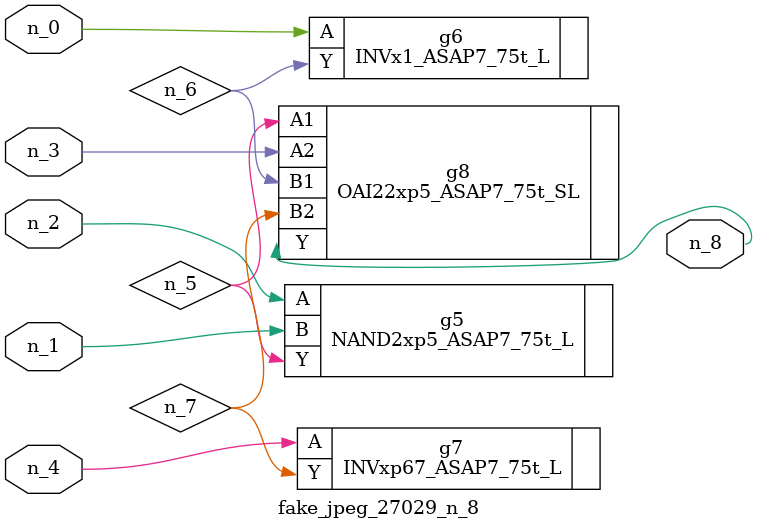
<source format=v>
module fake_jpeg_27029_n_8 (n_3, n_2, n_1, n_0, n_4, n_8);

input n_3;
input n_2;
input n_1;
input n_0;
input n_4;

output n_8;

wire n_6;
wire n_5;
wire n_7;

NAND2xp5_ASAP7_75t_L g5 ( 
.A(n_2),
.B(n_1),
.Y(n_5)
);

INVx1_ASAP7_75t_L g6 ( 
.A(n_0),
.Y(n_6)
);

INVxp67_ASAP7_75t_L g7 ( 
.A(n_4),
.Y(n_7)
);

OAI22xp5_ASAP7_75t_SL g8 ( 
.A1(n_5),
.A2(n_3),
.B1(n_6),
.B2(n_7),
.Y(n_8)
);


endmodule
</source>
